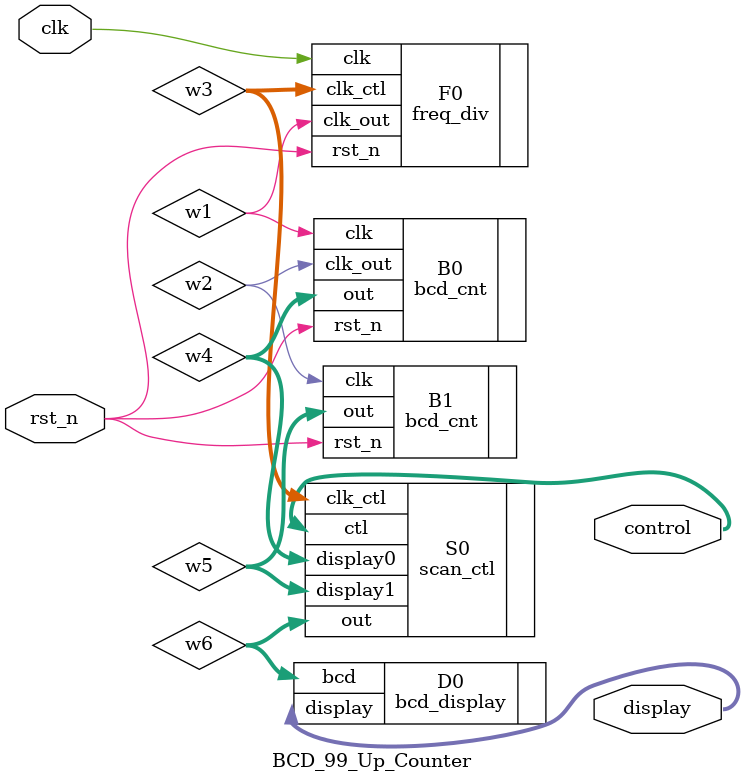
<source format=v>
`timescale 1ns / 1ps
module BCD_99_Up_Counter(
	control,
	display,
	clk,
	rst_n
    );
	 
output [3:0] control;
output [14:0] display;
input clk, rst_n;
wire w1, w2;
wire [1:0] w3;
wire [3:0] w4, w5, w6;

freq_div F0(.clk_out(w1),.clk_ctl(w3),.clk(clk),.rst_n(rst_n));
bcd_cnt B0(.out(w4),.clk_out(w2),.clk(w1),.rst_n(rst_n));
bcd_cnt B1(.out(w5),.clk(w2),.rst_n(rst_n));
scan_ctl S0(.ctl(control),.out(w6),.display0(w4),.display1(w5),.clk_ctl(w3));
bcd_display D0(.display(display),.bcd(w6));

endmodule

</source>
